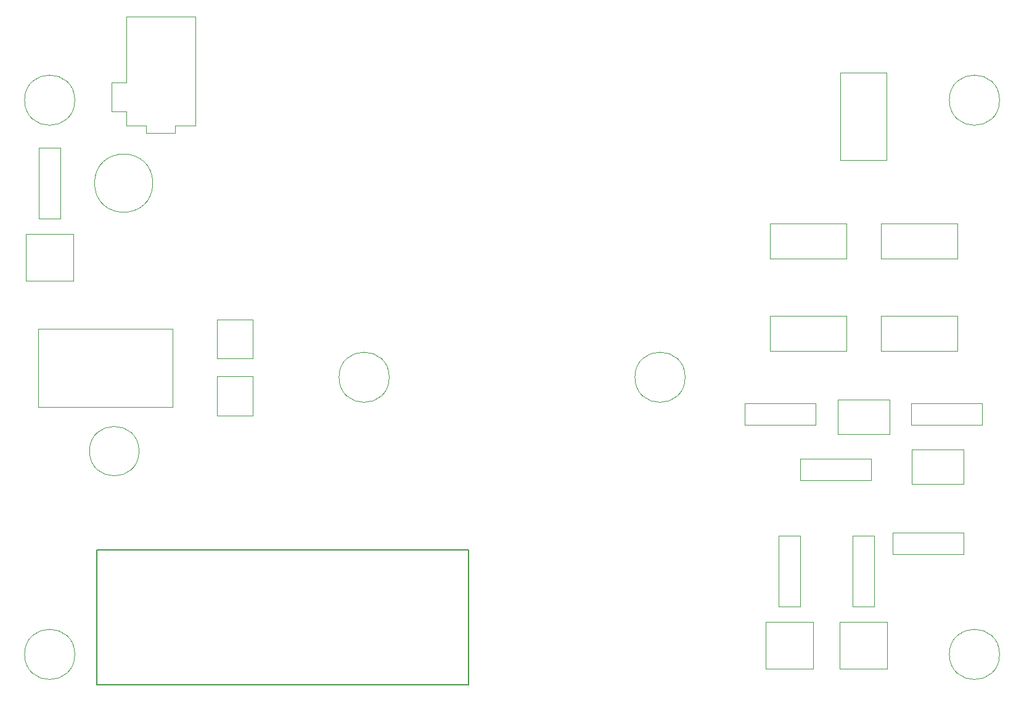
<source format=gbr>
From 9eb725941ec03b716ec8aa3311772bf98f978461 Mon Sep 17 00:00:00 2001
From: Blaise Thompson <blaise@untzag.com>
Date: Tue, 27 Jul 2021 17:01:50 -0500
Subject: LICENSE

---
 pcb/gerber/thermoelectric-tube-F_CrtYd.gbr | 257 +++++++++++++++++++++++++++++
 1 file changed, 257 insertions(+)
 create mode 100644 pcb/gerber/thermoelectric-tube-F_CrtYd.gbr

(limited to 'pcb/gerber/thermoelectric-tube-F_CrtYd.gbr')

diff --git a/pcb/gerber/thermoelectric-tube-F_CrtYd.gbr b/pcb/gerber/thermoelectric-tube-F_CrtYd.gbr
new file mode 100644
index 0000000..229605b
--- /dev/null
+++ b/pcb/gerber/thermoelectric-tube-F_CrtYd.gbr
@@ -0,0 +1,257 @@
+G04 #@! TF.GenerationSoftware,KiCad,Pcbnew,5.1.8+dfsg1-1+b1*
+G04 #@! TF.CreationDate,2021-07-27T16:42:41-05:00*
+G04 #@! TF.ProjectId,thermoelectric-tube,74686572-6d6f-4656-9c65-63747269632d,B*
+G04 #@! TF.SameCoordinates,Original*
+G04 #@! TF.FileFunction,Other,User*
+%FSLAX46Y46*%
+G04 Gerber Fmt 4.6, Leading zero omitted, Abs format (unit mm)*
+G04 Created by KiCad (PCBNEW 5.1.8+dfsg1-1+b1) date 2021-07-27 16:42:41*
+%MOMM*%
+%LPD*%
+G01*
+G04 APERTURE LIST*
+%ADD10C,0.050000*%
+%ADD11C,0.150000*%
+G04 APERTURE END LIST*
+D10*
+X78650000Y-94140000D02*
+X78650000Y-88740000D01*
+X73750000Y-94140000D02*
+X78650000Y-94140000D01*
+X73750000Y-88740000D02*
+X73750000Y-94140000D01*
+X78650000Y-88740000D02*
+X73750000Y-88740000D01*
+X78650000Y-86340000D02*
+X78650000Y-80940000D01*
+X73750000Y-86340000D02*
+X78650000Y-86340000D01*
+X73750000Y-80940000D02*
+X73750000Y-86340000D01*
+X78650000Y-80940000D02*
+X73750000Y-80940000D01*
+X159360000Y-59050000D02*
+X165760000Y-59050000D01*
+X159360000Y-47050000D02*
+X159360000Y-59050000D01*
+X165760000Y-47050000D02*
+X159360000Y-47050000D01*
+X165760000Y-59050000D02*
+X165760000Y-47050000D01*
+D11*
+X108348000Y-131174000D02*
+X57548000Y-131174000D01*
+X108348000Y-112632000D02*
+X108348000Y-131174000D01*
+X57294000Y-112632000D02*
+X108348000Y-112632000D01*
+X57294000Y-113394000D02*
+X57294000Y-112632000D01*
+X57294000Y-131174000D02*
+X57294000Y-113394000D01*
+X57548000Y-131174000D02*
+X57294000Y-131174000D01*
+D10*
+X138070000Y-88900000D02*
+G75*
+G03*
+X138070000Y-88900000I-3450000J0D01*
+G01*
+X97430000Y-88900000D02*
+G75*
+G03*
+X97430000Y-88900000I-3450000J0D01*
+G01*
+X166590000Y-113260000D02*
+X176310000Y-113260000D01*
+X166590000Y-110260000D02*
+X166590000Y-113260000D01*
+X176310000Y-110260000D02*
+X166590000Y-110260000D01*
+X176310000Y-113260000D02*
+X176310000Y-110260000D01*
+X176270000Y-103610000D02*
+X169170000Y-103610000D01*
+X176270000Y-103610000D02*
+X176270000Y-98870000D01*
+X169170000Y-98870000D02*
+X169170000Y-103610000D01*
+X169170000Y-98870000D02*
+X176270000Y-98870000D01*
+X159010000Y-91970000D02*
+X166110000Y-91970000D01*
+X159010000Y-91970000D02*
+X159010000Y-96710000D01*
+X166110000Y-96710000D02*
+X166110000Y-91970000D01*
+X166110000Y-96710000D02*
+X159010000Y-96710000D01*
+X67640000Y-92970000D02*
+X67640000Y-82270000D01*
+X49190000Y-92970000D02*
+X67640000Y-92970000D01*
+X49190000Y-82270000D02*
+X49190000Y-92970000D01*
+X67640000Y-82270000D02*
+X49190000Y-82270000D01*
+X181250000Y-50800000D02*
+G75*
+G03*
+X181250000Y-50800000I-3450000J0D01*
+G01*
+X181250000Y-127000000D02*
+G75*
+G03*
+X181250000Y-127000000I-3450000J0D01*
+G01*
+X54250000Y-127000000D02*
+G75*
+G03*
+X54250000Y-127000000I-3450000J0D01*
+G01*
+X54250000Y-50800000D02*
+G75*
+G03*
+X54250000Y-50800000I-3450000J0D01*
+G01*
+X161060000Y-110710000D02*
+X161060000Y-120430000D01*
+X164060000Y-110710000D02*
+X161060000Y-110710000D01*
+X164060000Y-120430000D02*
+X164060000Y-110710000D01*
+X161060000Y-120430000D02*
+X164060000Y-120430000D01*
+X178850000Y-92480000D02*
+X169130000Y-92480000D01*
+X178850000Y-95480000D02*
+X178850000Y-92480000D01*
+X169130000Y-95480000D02*
+X178850000Y-95480000D01*
+X169130000Y-92480000D02*
+X169130000Y-95480000D01*
+X146270000Y-95480000D02*
+X155990000Y-95480000D01*
+X146270000Y-92480000D02*
+X146270000Y-95480000D01*
+X155990000Y-92480000D02*
+X146270000Y-92480000D01*
+X155990000Y-95480000D02*
+X155990000Y-92480000D01*
+X163610000Y-100100000D02*
+X153890000Y-100100000D01*
+X163610000Y-103100000D02*
+X163610000Y-100100000D01*
+X153890000Y-103100000D02*
+X163610000Y-103100000D01*
+X153890000Y-100100000D02*
+X153890000Y-103100000D01*
+X150900000Y-110710000D02*
+X150900000Y-120430000D01*
+X153900000Y-110710000D02*
+X150900000Y-110710000D01*
+X153900000Y-120430000D02*
+X153900000Y-110710000D01*
+X150900000Y-120430000D02*
+X153900000Y-120430000D01*
+X49300000Y-57370000D02*
+X49300000Y-67090000D01*
+X52300000Y-57370000D02*
+X49300000Y-57370000D01*
+X52300000Y-67090000D02*
+X52300000Y-57370000D01*
+X49300000Y-67090000D02*
+X52300000Y-67090000D01*
+X175430000Y-80420000D02*
+X164930000Y-80420000D01*
+X175430000Y-85330000D02*
+X175430000Y-80420000D01*
+X164930000Y-85330000D02*
+X175430000Y-85330000D01*
+X164930000Y-80420000D02*
+X164930000Y-85330000D01*
+X160190000Y-80420000D02*
+X149690000Y-80420000D01*
+X160190000Y-85330000D02*
+X160190000Y-80420000D01*
+X149690000Y-85330000D02*
+X160190000Y-85330000D01*
+X149690000Y-80420000D02*
+X149690000Y-85330000D01*
+X175430000Y-67720000D02*
+X164930000Y-67720000D01*
+X175430000Y-72630000D02*
+X175430000Y-67720000D01*
+X164930000Y-72630000D02*
+X175430000Y-72630000D01*
+X164930000Y-67720000D02*
+X164930000Y-72630000D01*
+X160190000Y-67720000D02*
+X149690000Y-67720000D01*
+X160190000Y-72630000D02*
+X160190000Y-67720000D01*
+X149690000Y-72630000D02*
+X160190000Y-72630000D01*
+X149690000Y-67720000D02*
+X149690000Y-72630000D01*
+X61290000Y-39340000D02*
+X70790000Y-39340000D01*
+X61290000Y-48340000D02*
+X61290000Y-39340000D01*
+X59290000Y-48340000D02*
+X61290000Y-48340000D01*
+X59290000Y-52340000D02*
+X59290000Y-48340000D01*
+X61290000Y-52340000D02*
+X59290000Y-52340000D01*
+X61290000Y-54340000D02*
+X61290000Y-52340000D01*
+X64040000Y-54340000D02*
+X61290000Y-54340000D01*
+X64040000Y-55340000D02*
+X64040000Y-54340000D01*
+X68040000Y-55340000D02*
+X64040000Y-55340000D01*
+X68040000Y-54340000D02*
+X68040000Y-55340000D01*
+X70540000Y-54340000D02*
+X68040000Y-54340000D01*
+X70790000Y-54340000D02*
+X70790000Y-39340000D01*
+X70540000Y-54340000D02*
+X70790000Y-54340000D01*
+X159310000Y-122500000D02*
+X159310000Y-128950000D01*
+X165810000Y-122500000D02*
+X159310000Y-122500000D01*
+X165810000Y-128950000D02*
+X165810000Y-122500000D01*
+X159310000Y-128950000D02*
+X165810000Y-128950000D01*
+X149150000Y-122500000D02*
+X149150000Y-128950000D01*
+X155650000Y-122500000D02*
+X149150000Y-122500000D01*
+X155650000Y-128950000D02*
+X155650000Y-122500000D01*
+X149150000Y-128950000D02*
+X155650000Y-128950000D01*
+X47550000Y-69160000D02*
+X47550000Y-75610000D01*
+X54050000Y-69160000D02*
+X47550000Y-69160000D01*
+X54050000Y-75610000D02*
+X54050000Y-69160000D01*
+X47550000Y-75610000D02*
+X54050000Y-75610000D01*
+X63070000Y-99060000D02*
+G75*
+G03*
+X63070000Y-99060000I-3400000J0D01*
+G01*
+X64960000Y-62210000D02*
+G75*
+G03*
+X64960000Y-62210000I-4000000J0D01*
+G01*
+M02*
-- 
cgit v1.2.3


</source>
